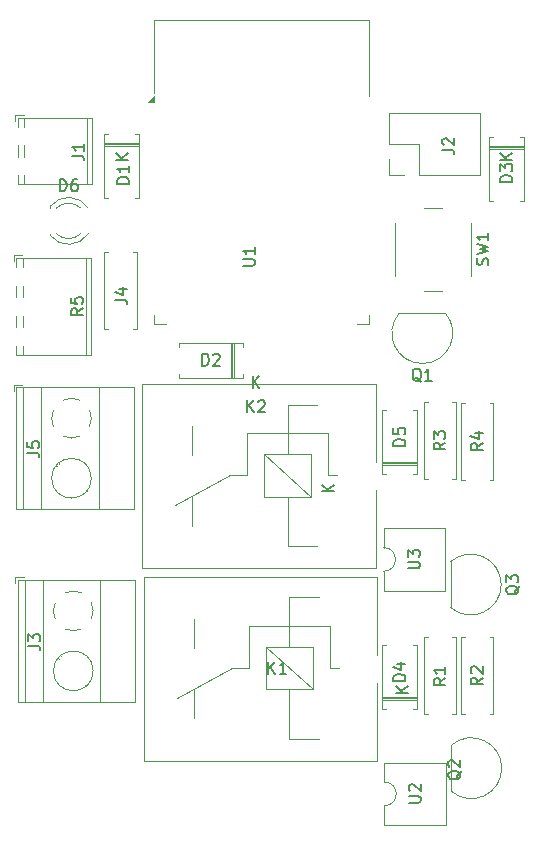
<source format=gbr>
%TF.GenerationSoftware,KiCad,Pcbnew,8.0.7*%
%TF.CreationDate,2025-07-07T17:53:00+05:30*%
%TF.ProjectId,SRF_V1,5352465f-5631-42e6-9b69-6361645f7063,rev?*%
%TF.SameCoordinates,Original*%
%TF.FileFunction,Legend,Top*%
%TF.FilePolarity,Positive*%
%FSLAX46Y46*%
G04 Gerber Fmt 4.6, Leading zero omitted, Abs format (unit mm)*
G04 Created by KiCad (PCBNEW 8.0.7) date 2025-07-07 17:53:00*
%MOMM*%
%LPD*%
G01*
G04 APERTURE LIST*
%ADD10C,0.150000*%
%ADD11C,0.120000*%
G04 APERTURE END LIST*
D10*
X92754819Y-108911904D02*
X93564342Y-108911904D01*
X93564342Y-108911904D02*
X93659580Y-108864285D01*
X93659580Y-108864285D02*
X93707200Y-108816666D01*
X93707200Y-108816666D02*
X93754819Y-108721428D01*
X93754819Y-108721428D02*
X93754819Y-108530952D01*
X93754819Y-108530952D02*
X93707200Y-108435714D01*
X93707200Y-108435714D02*
X93659580Y-108388095D01*
X93659580Y-108388095D02*
X93564342Y-108340476D01*
X93564342Y-108340476D02*
X92754819Y-108340476D01*
X92754819Y-107959523D02*
X92754819Y-107340476D01*
X92754819Y-107340476D02*
X93135771Y-107673809D01*
X93135771Y-107673809D02*
X93135771Y-107530952D01*
X93135771Y-107530952D02*
X93183390Y-107435714D01*
X93183390Y-107435714D02*
X93231009Y-107388095D01*
X93231009Y-107388095D02*
X93326247Y-107340476D01*
X93326247Y-107340476D02*
X93564342Y-107340476D01*
X93564342Y-107340476D02*
X93659580Y-107388095D01*
X93659580Y-107388095D02*
X93707200Y-107435714D01*
X93707200Y-107435714D02*
X93754819Y-107530952D01*
X93754819Y-107530952D02*
X93754819Y-107816666D01*
X93754819Y-107816666D02*
X93707200Y-107911904D01*
X93707200Y-107911904D02*
X93659580Y-107959523D01*
X92804819Y-128761904D02*
X93614342Y-128761904D01*
X93614342Y-128761904D02*
X93709580Y-128714285D01*
X93709580Y-128714285D02*
X93757200Y-128666666D01*
X93757200Y-128666666D02*
X93804819Y-128571428D01*
X93804819Y-128571428D02*
X93804819Y-128380952D01*
X93804819Y-128380952D02*
X93757200Y-128285714D01*
X93757200Y-128285714D02*
X93709580Y-128238095D01*
X93709580Y-128238095D02*
X93614342Y-128190476D01*
X93614342Y-128190476D02*
X92804819Y-128190476D01*
X92900057Y-127761904D02*
X92852438Y-127714285D01*
X92852438Y-127714285D02*
X92804819Y-127619047D01*
X92804819Y-127619047D02*
X92804819Y-127380952D01*
X92804819Y-127380952D02*
X92852438Y-127285714D01*
X92852438Y-127285714D02*
X92900057Y-127238095D01*
X92900057Y-127238095D02*
X92995295Y-127190476D01*
X92995295Y-127190476D02*
X93090533Y-127190476D01*
X93090533Y-127190476D02*
X93233390Y-127238095D01*
X93233390Y-127238095D02*
X93804819Y-127809523D01*
X93804819Y-127809523D02*
X93804819Y-127190476D01*
X78754819Y-83311904D02*
X79564342Y-83311904D01*
X79564342Y-83311904D02*
X79659580Y-83264285D01*
X79659580Y-83264285D02*
X79707200Y-83216666D01*
X79707200Y-83216666D02*
X79754819Y-83121428D01*
X79754819Y-83121428D02*
X79754819Y-82930952D01*
X79754819Y-82930952D02*
X79707200Y-82835714D01*
X79707200Y-82835714D02*
X79659580Y-82788095D01*
X79659580Y-82788095D02*
X79564342Y-82740476D01*
X79564342Y-82740476D02*
X78754819Y-82740476D01*
X79754819Y-81740476D02*
X79754819Y-82311904D01*
X79754819Y-82026190D02*
X78754819Y-82026190D01*
X78754819Y-82026190D02*
X78897676Y-82121428D01*
X78897676Y-82121428D02*
X78992914Y-82216666D01*
X78992914Y-82216666D02*
X79040533Y-82311904D01*
X99507200Y-83233332D02*
X99554819Y-83090475D01*
X99554819Y-83090475D02*
X99554819Y-82852380D01*
X99554819Y-82852380D02*
X99507200Y-82757142D01*
X99507200Y-82757142D02*
X99459580Y-82709523D01*
X99459580Y-82709523D02*
X99364342Y-82661904D01*
X99364342Y-82661904D02*
X99269104Y-82661904D01*
X99269104Y-82661904D02*
X99173866Y-82709523D01*
X99173866Y-82709523D02*
X99126247Y-82757142D01*
X99126247Y-82757142D02*
X99078628Y-82852380D01*
X99078628Y-82852380D02*
X99031009Y-83042856D01*
X99031009Y-83042856D02*
X98983390Y-83138094D01*
X98983390Y-83138094D02*
X98935771Y-83185713D01*
X98935771Y-83185713D02*
X98840533Y-83233332D01*
X98840533Y-83233332D02*
X98745295Y-83233332D01*
X98745295Y-83233332D02*
X98650057Y-83185713D01*
X98650057Y-83185713D02*
X98602438Y-83138094D01*
X98602438Y-83138094D02*
X98554819Y-83042856D01*
X98554819Y-83042856D02*
X98554819Y-82804761D01*
X98554819Y-82804761D02*
X98602438Y-82661904D01*
X98554819Y-82328570D02*
X99554819Y-82090475D01*
X99554819Y-82090475D02*
X98840533Y-81899999D01*
X98840533Y-81899999D02*
X99554819Y-81709523D01*
X99554819Y-81709523D02*
X98554819Y-81471428D01*
X99554819Y-80566666D02*
X99554819Y-81138094D01*
X99554819Y-80852380D02*
X98554819Y-80852380D01*
X98554819Y-80852380D02*
X98697676Y-80947618D01*
X98697676Y-80947618D02*
X98792914Y-81042856D01*
X98792914Y-81042856D02*
X98840533Y-81138094D01*
X65204819Y-86916666D02*
X64728628Y-87249999D01*
X65204819Y-87488094D02*
X64204819Y-87488094D01*
X64204819Y-87488094D02*
X64204819Y-87107142D01*
X64204819Y-87107142D02*
X64252438Y-87011904D01*
X64252438Y-87011904D02*
X64300057Y-86964285D01*
X64300057Y-86964285D02*
X64395295Y-86916666D01*
X64395295Y-86916666D02*
X64538152Y-86916666D01*
X64538152Y-86916666D02*
X64633390Y-86964285D01*
X64633390Y-86964285D02*
X64681009Y-87011904D01*
X64681009Y-87011904D02*
X64728628Y-87107142D01*
X64728628Y-87107142D02*
X64728628Y-87488094D01*
X64204819Y-86011904D02*
X64204819Y-86488094D01*
X64204819Y-86488094D02*
X64681009Y-86535713D01*
X64681009Y-86535713D02*
X64633390Y-86488094D01*
X64633390Y-86488094D02*
X64585771Y-86392856D01*
X64585771Y-86392856D02*
X64585771Y-86154761D01*
X64585771Y-86154761D02*
X64633390Y-86059523D01*
X64633390Y-86059523D02*
X64681009Y-86011904D01*
X64681009Y-86011904D02*
X64776247Y-85964285D01*
X64776247Y-85964285D02*
X65014342Y-85964285D01*
X65014342Y-85964285D02*
X65109580Y-86011904D01*
X65109580Y-86011904D02*
X65157200Y-86059523D01*
X65157200Y-86059523D02*
X65204819Y-86154761D01*
X65204819Y-86154761D02*
X65204819Y-86392856D01*
X65204819Y-86392856D02*
X65157200Y-86488094D01*
X65157200Y-86488094D02*
X65109580Y-86535713D01*
X99054819Y-98316666D02*
X98578628Y-98649999D01*
X99054819Y-98888094D02*
X98054819Y-98888094D01*
X98054819Y-98888094D02*
X98054819Y-98507142D01*
X98054819Y-98507142D02*
X98102438Y-98411904D01*
X98102438Y-98411904D02*
X98150057Y-98364285D01*
X98150057Y-98364285D02*
X98245295Y-98316666D01*
X98245295Y-98316666D02*
X98388152Y-98316666D01*
X98388152Y-98316666D02*
X98483390Y-98364285D01*
X98483390Y-98364285D02*
X98531009Y-98411904D01*
X98531009Y-98411904D02*
X98578628Y-98507142D01*
X98578628Y-98507142D02*
X98578628Y-98888094D01*
X98388152Y-97459523D02*
X99054819Y-97459523D01*
X98007200Y-97697618D02*
X98721485Y-97935713D01*
X98721485Y-97935713D02*
X98721485Y-97316666D01*
X95904819Y-98266666D02*
X95428628Y-98599999D01*
X95904819Y-98838094D02*
X94904819Y-98838094D01*
X94904819Y-98838094D02*
X94904819Y-98457142D01*
X94904819Y-98457142D02*
X94952438Y-98361904D01*
X94952438Y-98361904D02*
X95000057Y-98314285D01*
X95000057Y-98314285D02*
X95095295Y-98266666D01*
X95095295Y-98266666D02*
X95238152Y-98266666D01*
X95238152Y-98266666D02*
X95333390Y-98314285D01*
X95333390Y-98314285D02*
X95381009Y-98361904D01*
X95381009Y-98361904D02*
X95428628Y-98457142D01*
X95428628Y-98457142D02*
X95428628Y-98838094D01*
X94904819Y-97933332D02*
X94904819Y-97314285D01*
X94904819Y-97314285D02*
X95285771Y-97647618D01*
X95285771Y-97647618D02*
X95285771Y-97504761D01*
X95285771Y-97504761D02*
X95333390Y-97409523D01*
X95333390Y-97409523D02*
X95381009Y-97361904D01*
X95381009Y-97361904D02*
X95476247Y-97314285D01*
X95476247Y-97314285D02*
X95714342Y-97314285D01*
X95714342Y-97314285D02*
X95809580Y-97361904D01*
X95809580Y-97361904D02*
X95857200Y-97409523D01*
X95857200Y-97409523D02*
X95904819Y-97504761D01*
X95904819Y-97504761D02*
X95904819Y-97790475D01*
X95904819Y-97790475D02*
X95857200Y-97885713D01*
X95857200Y-97885713D02*
X95809580Y-97933332D01*
X99054819Y-118166666D02*
X98578628Y-118499999D01*
X99054819Y-118738094D02*
X98054819Y-118738094D01*
X98054819Y-118738094D02*
X98054819Y-118357142D01*
X98054819Y-118357142D02*
X98102438Y-118261904D01*
X98102438Y-118261904D02*
X98150057Y-118214285D01*
X98150057Y-118214285D02*
X98245295Y-118166666D01*
X98245295Y-118166666D02*
X98388152Y-118166666D01*
X98388152Y-118166666D02*
X98483390Y-118214285D01*
X98483390Y-118214285D02*
X98531009Y-118261904D01*
X98531009Y-118261904D02*
X98578628Y-118357142D01*
X98578628Y-118357142D02*
X98578628Y-118738094D01*
X98150057Y-117785713D02*
X98102438Y-117738094D01*
X98102438Y-117738094D02*
X98054819Y-117642856D01*
X98054819Y-117642856D02*
X98054819Y-117404761D01*
X98054819Y-117404761D02*
X98102438Y-117309523D01*
X98102438Y-117309523D02*
X98150057Y-117261904D01*
X98150057Y-117261904D02*
X98245295Y-117214285D01*
X98245295Y-117214285D02*
X98340533Y-117214285D01*
X98340533Y-117214285D02*
X98483390Y-117261904D01*
X98483390Y-117261904D02*
X99054819Y-117833332D01*
X99054819Y-117833332D02*
X99054819Y-117214285D01*
X95904819Y-118216666D02*
X95428628Y-118549999D01*
X95904819Y-118788094D02*
X94904819Y-118788094D01*
X94904819Y-118788094D02*
X94904819Y-118407142D01*
X94904819Y-118407142D02*
X94952438Y-118311904D01*
X94952438Y-118311904D02*
X95000057Y-118264285D01*
X95000057Y-118264285D02*
X95095295Y-118216666D01*
X95095295Y-118216666D02*
X95238152Y-118216666D01*
X95238152Y-118216666D02*
X95333390Y-118264285D01*
X95333390Y-118264285D02*
X95381009Y-118311904D01*
X95381009Y-118311904D02*
X95428628Y-118407142D01*
X95428628Y-118407142D02*
X95428628Y-118788094D01*
X95904819Y-117264285D02*
X95904819Y-117835713D01*
X95904819Y-117549999D02*
X94904819Y-117549999D01*
X94904819Y-117549999D02*
X95047676Y-117645237D01*
X95047676Y-117645237D02*
X95142914Y-117740475D01*
X95142914Y-117740475D02*
X95190533Y-117835713D01*
X102160057Y-110385238D02*
X102112438Y-110480476D01*
X102112438Y-110480476D02*
X102017200Y-110575714D01*
X102017200Y-110575714D02*
X101874342Y-110718571D01*
X101874342Y-110718571D02*
X101826723Y-110813809D01*
X101826723Y-110813809D02*
X101826723Y-110909047D01*
X102064819Y-110861428D02*
X102017200Y-110956666D01*
X102017200Y-110956666D02*
X101921961Y-111051904D01*
X101921961Y-111051904D02*
X101731485Y-111099523D01*
X101731485Y-111099523D02*
X101398152Y-111099523D01*
X101398152Y-111099523D02*
X101207676Y-111051904D01*
X101207676Y-111051904D02*
X101112438Y-110956666D01*
X101112438Y-110956666D02*
X101064819Y-110861428D01*
X101064819Y-110861428D02*
X101064819Y-110670952D01*
X101064819Y-110670952D02*
X101112438Y-110575714D01*
X101112438Y-110575714D02*
X101207676Y-110480476D01*
X101207676Y-110480476D02*
X101398152Y-110432857D01*
X101398152Y-110432857D02*
X101731485Y-110432857D01*
X101731485Y-110432857D02*
X101921961Y-110480476D01*
X101921961Y-110480476D02*
X102017200Y-110575714D01*
X102017200Y-110575714D02*
X102064819Y-110670952D01*
X102064819Y-110670952D02*
X102064819Y-110861428D01*
X101064819Y-110099523D02*
X101064819Y-109480476D01*
X101064819Y-109480476D02*
X101445771Y-109813809D01*
X101445771Y-109813809D02*
X101445771Y-109670952D01*
X101445771Y-109670952D02*
X101493390Y-109575714D01*
X101493390Y-109575714D02*
X101541009Y-109528095D01*
X101541009Y-109528095D02*
X101636247Y-109480476D01*
X101636247Y-109480476D02*
X101874342Y-109480476D01*
X101874342Y-109480476D02*
X101969580Y-109528095D01*
X101969580Y-109528095D02*
X102017200Y-109575714D01*
X102017200Y-109575714D02*
X102064819Y-109670952D01*
X102064819Y-109670952D02*
X102064819Y-109956666D01*
X102064819Y-109956666D02*
X102017200Y-110051904D01*
X102017200Y-110051904D02*
X101969580Y-110099523D01*
X97250057Y-126045238D02*
X97202438Y-126140476D01*
X97202438Y-126140476D02*
X97107200Y-126235714D01*
X97107200Y-126235714D02*
X96964342Y-126378571D01*
X96964342Y-126378571D02*
X96916723Y-126473809D01*
X96916723Y-126473809D02*
X96916723Y-126569047D01*
X97154819Y-126521428D02*
X97107200Y-126616666D01*
X97107200Y-126616666D02*
X97011961Y-126711904D01*
X97011961Y-126711904D02*
X96821485Y-126759523D01*
X96821485Y-126759523D02*
X96488152Y-126759523D01*
X96488152Y-126759523D02*
X96297676Y-126711904D01*
X96297676Y-126711904D02*
X96202438Y-126616666D01*
X96202438Y-126616666D02*
X96154819Y-126521428D01*
X96154819Y-126521428D02*
X96154819Y-126330952D01*
X96154819Y-126330952D02*
X96202438Y-126235714D01*
X96202438Y-126235714D02*
X96297676Y-126140476D01*
X96297676Y-126140476D02*
X96488152Y-126092857D01*
X96488152Y-126092857D02*
X96821485Y-126092857D01*
X96821485Y-126092857D02*
X97011961Y-126140476D01*
X97011961Y-126140476D02*
X97107200Y-126235714D01*
X97107200Y-126235714D02*
X97154819Y-126330952D01*
X97154819Y-126330952D02*
X97154819Y-126521428D01*
X96250057Y-125711904D02*
X96202438Y-125664285D01*
X96202438Y-125664285D02*
X96154819Y-125569047D01*
X96154819Y-125569047D02*
X96154819Y-125330952D01*
X96154819Y-125330952D02*
X96202438Y-125235714D01*
X96202438Y-125235714D02*
X96250057Y-125188095D01*
X96250057Y-125188095D02*
X96345295Y-125140476D01*
X96345295Y-125140476D02*
X96440533Y-125140476D01*
X96440533Y-125140476D02*
X96583390Y-125188095D01*
X96583390Y-125188095D02*
X97154819Y-125759523D01*
X97154819Y-125759523D02*
X97154819Y-125140476D01*
X93854761Y-93110057D02*
X93759523Y-93062438D01*
X93759523Y-93062438D02*
X93664285Y-92967200D01*
X93664285Y-92967200D02*
X93521428Y-92824342D01*
X93521428Y-92824342D02*
X93426190Y-92776723D01*
X93426190Y-92776723D02*
X93330952Y-92776723D01*
X93378571Y-93014819D02*
X93283333Y-92967200D01*
X93283333Y-92967200D02*
X93188095Y-92871961D01*
X93188095Y-92871961D02*
X93140476Y-92681485D01*
X93140476Y-92681485D02*
X93140476Y-92348152D01*
X93140476Y-92348152D02*
X93188095Y-92157676D01*
X93188095Y-92157676D02*
X93283333Y-92062438D01*
X93283333Y-92062438D02*
X93378571Y-92014819D01*
X93378571Y-92014819D02*
X93569047Y-92014819D01*
X93569047Y-92014819D02*
X93664285Y-92062438D01*
X93664285Y-92062438D02*
X93759523Y-92157676D01*
X93759523Y-92157676D02*
X93807142Y-92348152D01*
X93807142Y-92348152D02*
X93807142Y-92681485D01*
X93807142Y-92681485D02*
X93759523Y-92871961D01*
X93759523Y-92871961D02*
X93664285Y-92967200D01*
X93664285Y-92967200D02*
X93569047Y-93014819D01*
X93569047Y-93014819D02*
X93378571Y-93014819D01*
X94759523Y-93014819D02*
X94188095Y-93014819D01*
X94473809Y-93014819D02*
X94473809Y-92014819D01*
X94473809Y-92014819D02*
X94378571Y-92157676D01*
X94378571Y-92157676D02*
X94283333Y-92252914D01*
X94283333Y-92252914D02*
X94188095Y-92300533D01*
X79111905Y-95704819D02*
X79111905Y-94704819D01*
X79683333Y-95704819D02*
X79254762Y-95133390D01*
X79683333Y-94704819D02*
X79111905Y-95276247D01*
X80064286Y-94800057D02*
X80111905Y-94752438D01*
X80111905Y-94752438D02*
X80207143Y-94704819D01*
X80207143Y-94704819D02*
X80445238Y-94704819D01*
X80445238Y-94704819D02*
X80540476Y-94752438D01*
X80540476Y-94752438D02*
X80588095Y-94800057D01*
X80588095Y-94800057D02*
X80635714Y-94895295D01*
X80635714Y-94895295D02*
X80635714Y-94990533D01*
X80635714Y-94990533D02*
X80588095Y-95133390D01*
X80588095Y-95133390D02*
X80016667Y-95704819D01*
X80016667Y-95704819D02*
X80635714Y-95704819D01*
X80911905Y-117854819D02*
X80911905Y-116854819D01*
X81483333Y-117854819D02*
X81054762Y-117283390D01*
X81483333Y-116854819D02*
X80911905Y-117426247D01*
X82435714Y-117854819D02*
X81864286Y-117854819D01*
X82150000Y-117854819D02*
X82150000Y-116854819D01*
X82150000Y-116854819D02*
X82054762Y-116997676D01*
X82054762Y-116997676D02*
X81959524Y-117092914D01*
X81959524Y-117092914D02*
X81864286Y-117140533D01*
X60504819Y-99133333D02*
X61219104Y-99133333D01*
X61219104Y-99133333D02*
X61361961Y-99180952D01*
X61361961Y-99180952D02*
X61457200Y-99276190D01*
X61457200Y-99276190D02*
X61504819Y-99419047D01*
X61504819Y-99419047D02*
X61504819Y-99514285D01*
X60504819Y-98180952D02*
X60504819Y-98657142D01*
X60504819Y-98657142D02*
X60981009Y-98704761D01*
X60981009Y-98704761D02*
X60933390Y-98657142D01*
X60933390Y-98657142D02*
X60885771Y-98561904D01*
X60885771Y-98561904D02*
X60885771Y-98323809D01*
X60885771Y-98323809D02*
X60933390Y-98228571D01*
X60933390Y-98228571D02*
X60981009Y-98180952D01*
X60981009Y-98180952D02*
X61076247Y-98133333D01*
X61076247Y-98133333D02*
X61314342Y-98133333D01*
X61314342Y-98133333D02*
X61409580Y-98180952D01*
X61409580Y-98180952D02*
X61457200Y-98228571D01*
X61457200Y-98228571D02*
X61504819Y-98323809D01*
X61504819Y-98323809D02*
X61504819Y-98561904D01*
X61504819Y-98561904D02*
X61457200Y-98657142D01*
X61457200Y-98657142D02*
X61409580Y-98704761D01*
X67954819Y-86183333D02*
X68669104Y-86183333D01*
X68669104Y-86183333D02*
X68811961Y-86230952D01*
X68811961Y-86230952D02*
X68907200Y-86326190D01*
X68907200Y-86326190D02*
X68954819Y-86469047D01*
X68954819Y-86469047D02*
X68954819Y-86564285D01*
X68288152Y-85278571D02*
X68954819Y-85278571D01*
X67907200Y-85516666D02*
X68621485Y-85754761D01*
X68621485Y-85754761D02*
X68621485Y-85135714D01*
X60604819Y-115483333D02*
X61319104Y-115483333D01*
X61319104Y-115483333D02*
X61461961Y-115530952D01*
X61461961Y-115530952D02*
X61557200Y-115626190D01*
X61557200Y-115626190D02*
X61604819Y-115769047D01*
X61604819Y-115769047D02*
X61604819Y-115864285D01*
X60604819Y-115102380D02*
X60604819Y-114483333D01*
X60604819Y-114483333D02*
X60985771Y-114816666D01*
X60985771Y-114816666D02*
X60985771Y-114673809D01*
X60985771Y-114673809D02*
X61033390Y-114578571D01*
X61033390Y-114578571D02*
X61081009Y-114530952D01*
X61081009Y-114530952D02*
X61176247Y-114483333D01*
X61176247Y-114483333D02*
X61414342Y-114483333D01*
X61414342Y-114483333D02*
X61509580Y-114530952D01*
X61509580Y-114530952D02*
X61557200Y-114578571D01*
X61557200Y-114578571D02*
X61604819Y-114673809D01*
X61604819Y-114673809D02*
X61604819Y-114959523D01*
X61604819Y-114959523D02*
X61557200Y-115054761D01*
X61557200Y-115054761D02*
X61509580Y-115102380D01*
X95654819Y-73483333D02*
X96369104Y-73483333D01*
X96369104Y-73483333D02*
X96511961Y-73530952D01*
X96511961Y-73530952D02*
X96607200Y-73626190D01*
X96607200Y-73626190D02*
X96654819Y-73769047D01*
X96654819Y-73769047D02*
X96654819Y-73864285D01*
X95750057Y-73054761D02*
X95702438Y-73007142D01*
X95702438Y-73007142D02*
X95654819Y-72911904D01*
X95654819Y-72911904D02*
X95654819Y-72673809D01*
X95654819Y-72673809D02*
X95702438Y-72578571D01*
X95702438Y-72578571D02*
X95750057Y-72530952D01*
X95750057Y-72530952D02*
X95845295Y-72483333D01*
X95845295Y-72483333D02*
X95940533Y-72483333D01*
X95940533Y-72483333D02*
X96083390Y-72530952D01*
X96083390Y-72530952D02*
X96654819Y-73102380D01*
X96654819Y-73102380D02*
X96654819Y-72483333D01*
X64304819Y-73983333D02*
X65019104Y-73983333D01*
X65019104Y-73983333D02*
X65161961Y-74030952D01*
X65161961Y-74030952D02*
X65257200Y-74126190D01*
X65257200Y-74126190D02*
X65304819Y-74269047D01*
X65304819Y-74269047D02*
X65304819Y-74364285D01*
X65304819Y-72983333D02*
X65304819Y-73554761D01*
X65304819Y-73269047D02*
X64304819Y-73269047D01*
X64304819Y-73269047D02*
X64447676Y-73364285D01*
X64447676Y-73364285D02*
X64542914Y-73459523D01*
X64542914Y-73459523D02*
X64590533Y-73554761D01*
X63261905Y-76994819D02*
X63261905Y-75994819D01*
X63261905Y-75994819D02*
X63500000Y-75994819D01*
X63500000Y-75994819D02*
X63642857Y-76042438D01*
X63642857Y-76042438D02*
X63738095Y-76137676D01*
X63738095Y-76137676D02*
X63785714Y-76232914D01*
X63785714Y-76232914D02*
X63833333Y-76423390D01*
X63833333Y-76423390D02*
X63833333Y-76566247D01*
X63833333Y-76566247D02*
X63785714Y-76756723D01*
X63785714Y-76756723D02*
X63738095Y-76851961D01*
X63738095Y-76851961D02*
X63642857Y-76947200D01*
X63642857Y-76947200D02*
X63500000Y-76994819D01*
X63500000Y-76994819D02*
X63261905Y-76994819D01*
X64690476Y-75994819D02*
X64500000Y-75994819D01*
X64500000Y-75994819D02*
X64404762Y-76042438D01*
X64404762Y-76042438D02*
X64357143Y-76090057D01*
X64357143Y-76090057D02*
X64261905Y-76232914D01*
X64261905Y-76232914D02*
X64214286Y-76423390D01*
X64214286Y-76423390D02*
X64214286Y-76804342D01*
X64214286Y-76804342D02*
X64261905Y-76899580D01*
X64261905Y-76899580D02*
X64309524Y-76947200D01*
X64309524Y-76947200D02*
X64404762Y-76994819D01*
X64404762Y-76994819D02*
X64595238Y-76994819D01*
X64595238Y-76994819D02*
X64690476Y-76947200D01*
X64690476Y-76947200D02*
X64738095Y-76899580D01*
X64738095Y-76899580D02*
X64785714Y-76804342D01*
X64785714Y-76804342D02*
X64785714Y-76566247D01*
X64785714Y-76566247D02*
X64738095Y-76471009D01*
X64738095Y-76471009D02*
X64690476Y-76423390D01*
X64690476Y-76423390D02*
X64595238Y-76375771D01*
X64595238Y-76375771D02*
X64404762Y-76375771D01*
X64404762Y-76375771D02*
X64309524Y-76423390D01*
X64309524Y-76423390D02*
X64261905Y-76471009D01*
X64261905Y-76471009D02*
X64214286Y-76566247D01*
X92504819Y-98538094D02*
X91504819Y-98538094D01*
X91504819Y-98538094D02*
X91504819Y-98299999D01*
X91504819Y-98299999D02*
X91552438Y-98157142D01*
X91552438Y-98157142D02*
X91647676Y-98061904D01*
X91647676Y-98061904D02*
X91742914Y-98014285D01*
X91742914Y-98014285D02*
X91933390Y-97966666D01*
X91933390Y-97966666D02*
X92076247Y-97966666D01*
X92076247Y-97966666D02*
X92266723Y-98014285D01*
X92266723Y-98014285D02*
X92361961Y-98061904D01*
X92361961Y-98061904D02*
X92457200Y-98157142D01*
X92457200Y-98157142D02*
X92504819Y-98299999D01*
X92504819Y-98299999D02*
X92504819Y-98538094D01*
X91504819Y-97061904D02*
X91504819Y-97538094D01*
X91504819Y-97538094D02*
X91981009Y-97585713D01*
X91981009Y-97585713D02*
X91933390Y-97538094D01*
X91933390Y-97538094D02*
X91885771Y-97442856D01*
X91885771Y-97442856D02*
X91885771Y-97204761D01*
X91885771Y-97204761D02*
X91933390Y-97109523D01*
X91933390Y-97109523D02*
X91981009Y-97061904D01*
X91981009Y-97061904D02*
X92076247Y-97014285D01*
X92076247Y-97014285D02*
X92314342Y-97014285D01*
X92314342Y-97014285D02*
X92409580Y-97061904D01*
X92409580Y-97061904D02*
X92457200Y-97109523D01*
X92457200Y-97109523D02*
X92504819Y-97204761D01*
X92504819Y-97204761D02*
X92504819Y-97442856D01*
X92504819Y-97442856D02*
X92457200Y-97538094D01*
X92457200Y-97538094D02*
X92409580Y-97585713D01*
X86454819Y-102411904D02*
X85454819Y-102411904D01*
X86454819Y-101840476D02*
X85883390Y-102269047D01*
X85454819Y-101840476D02*
X86026247Y-102411904D01*
X92504819Y-118438094D02*
X91504819Y-118438094D01*
X91504819Y-118438094D02*
X91504819Y-118199999D01*
X91504819Y-118199999D02*
X91552438Y-118057142D01*
X91552438Y-118057142D02*
X91647676Y-117961904D01*
X91647676Y-117961904D02*
X91742914Y-117914285D01*
X91742914Y-117914285D02*
X91933390Y-117866666D01*
X91933390Y-117866666D02*
X92076247Y-117866666D01*
X92076247Y-117866666D02*
X92266723Y-117914285D01*
X92266723Y-117914285D02*
X92361961Y-117961904D01*
X92361961Y-117961904D02*
X92457200Y-118057142D01*
X92457200Y-118057142D02*
X92504819Y-118199999D01*
X92504819Y-118199999D02*
X92504819Y-118438094D01*
X91838152Y-117009523D02*
X92504819Y-117009523D01*
X91457200Y-117247618D02*
X92171485Y-117485713D01*
X92171485Y-117485713D02*
X92171485Y-116866666D01*
X92704819Y-119461904D02*
X91704819Y-119461904D01*
X92704819Y-118890476D02*
X92133390Y-119319047D01*
X91704819Y-118890476D02*
X92276247Y-119461904D01*
X101554819Y-76188094D02*
X100554819Y-76188094D01*
X100554819Y-76188094D02*
X100554819Y-75949999D01*
X100554819Y-75949999D02*
X100602438Y-75807142D01*
X100602438Y-75807142D02*
X100697676Y-75711904D01*
X100697676Y-75711904D02*
X100792914Y-75664285D01*
X100792914Y-75664285D02*
X100983390Y-75616666D01*
X100983390Y-75616666D02*
X101126247Y-75616666D01*
X101126247Y-75616666D02*
X101316723Y-75664285D01*
X101316723Y-75664285D02*
X101411961Y-75711904D01*
X101411961Y-75711904D02*
X101507200Y-75807142D01*
X101507200Y-75807142D02*
X101554819Y-75949999D01*
X101554819Y-75949999D02*
X101554819Y-76188094D01*
X100554819Y-75283332D02*
X100554819Y-74664285D01*
X100554819Y-74664285D02*
X100935771Y-74997618D01*
X100935771Y-74997618D02*
X100935771Y-74854761D01*
X100935771Y-74854761D02*
X100983390Y-74759523D01*
X100983390Y-74759523D02*
X101031009Y-74711904D01*
X101031009Y-74711904D02*
X101126247Y-74664285D01*
X101126247Y-74664285D02*
X101364342Y-74664285D01*
X101364342Y-74664285D02*
X101459580Y-74711904D01*
X101459580Y-74711904D02*
X101507200Y-74759523D01*
X101507200Y-74759523D02*
X101554819Y-74854761D01*
X101554819Y-74854761D02*
X101554819Y-75140475D01*
X101554819Y-75140475D02*
X101507200Y-75235713D01*
X101507200Y-75235713D02*
X101459580Y-75283332D01*
X101554819Y-74311904D02*
X100554819Y-74311904D01*
X101554819Y-73740476D02*
X100983390Y-74169047D01*
X100554819Y-73740476D02*
X101126247Y-74311904D01*
X75301905Y-91754819D02*
X75301905Y-90754819D01*
X75301905Y-90754819D02*
X75540000Y-90754819D01*
X75540000Y-90754819D02*
X75682857Y-90802438D01*
X75682857Y-90802438D02*
X75778095Y-90897676D01*
X75778095Y-90897676D02*
X75825714Y-90992914D01*
X75825714Y-90992914D02*
X75873333Y-91183390D01*
X75873333Y-91183390D02*
X75873333Y-91326247D01*
X75873333Y-91326247D02*
X75825714Y-91516723D01*
X75825714Y-91516723D02*
X75778095Y-91611961D01*
X75778095Y-91611961D02*
X75682857Y-91707200D01*
X75682857Y-91707200D02*
X75540000Y-91754819D01*
X75540000Y-91754819D02*
X75301905Y-91754819D01*
X76254286Y-90850057D02*
X76301905Y-90802438D01*
X76301905Y-90802438D02*
X76397143Y-90754819D01*
X76397143Y-90754819D02*
X76635238Y-90754819D01*
X76635238Y-90754819D02*
X76730476Y-90802438D01*
X76730476Y-90802438D02*
X76778095Y-90850057D01*
X76778095Y-90850057D02*
X76825714Y-90945295D01*
X76825714Y-90945295D02*
X76825714Y-91040533D01*
X76825714Y-91040533D02*
X76778095Y-91183390D01*
X76778095Y-91183390D02*
X76206667Y-91754819D01*
X76206667Y-91754819D02*
X76825714Y-91754819D01*
X79588095Y-93654819D02*
X79588095Y-92654819D01*
X80159523Y-93654819D02*
X79730952Y-93083390D01*
X80159523Y-92654819D02*
X79588095Y-93226247D01*
X69104819Y-76338094D02*
X68104819Y-76338094D01*
X68104819Y-76338094D02*
X68104819Y-76099999D01*
X68104819Y-76099999D02*
X68152438Y-75957142D01*
X68152438Y-75957142D02*
X68247676Y-75861904D01*
X68247676Y-75861904D02*
X68342914Y-75814285D01*
X68342914Y-75814285D02*
X68533390Y-75766666D01*
X68533390Y-75766666D02*
X68676247Y-75766666D01*
X68676247Y-75766666D02*
X68866723Y-75814285D01*
X68866723Y-75814285D02*
X68961961Y-75861904D01*
X68961961Y-75861904D02*
X69057200Y-75957142D01*
X69057200Y-75957142D02*
X69104819Y-76099999D01*
X69104819Y-76099999D02*
X69104819Y-76338094D01*
X69104819Y-74814285D02*
X69104819Y-75385713D01*
X69104819Y-75099999D02*
X68104819Y-75099999D01*
X68104819Y-75099999D02*
X68247676Y-75195237D01*
X68247676Y-75195237D02*
X68342914Y-75290475D01*
X68342914Y-75290475D02*
X68390533Y-75385713D01*
X69004819Y-74361904D02*
X68004819Y-74361904D01*
X69004819Y-73790476D02*
X68433390Y-74219047D01*
X68004819Y-73790476D02*
X68576247Y-74361904D01*
D11*
%TO.C,U3*%
X90680000Y-107160000D02*
G75*
G02*
X90680000Y-109160000I0J-1000000D01*
G01*
X95880000Y-105510000D02*
X90680000Y-105510000D01*
X90680000Y-105510000D02*
X90680000Y-107160000D01*
X90680000Y-109160000D02*
X90680000Y-110810000D01*
X95880000Y-110810000D02*
X95880000Y-105510000D01*
X90680000Y-110810000D02*
X95880000Y-110810000D01*
%TO.C,U2*%
X90745000Y-130660000D02*
X95945000Y-130660000D01*
X95945000Y-130660000D02*
X95945000Y-125360000D01*
X90745000Y-129010000D02*
X90745000Y-130660000D01*
X90745000Y-125360000D02*
X90745000Y-127010000D01*
X95945000Y-125360000D02*
X90745000Y-125360000D01*
X90745000Y-127010000D02*
G75*
G02*
X90745000Y-129010000I0J-1000000D01*
G01*
%TO.C,U1*%
X71220000Y-62530000D02*
X71220000Y-68690000D01*
X71220000Y-62530000D02*
X89460000Y-62530000D01*
X71220000Y-87490000D02*
X71220000Y-88270000D01*
X71220000Y-88270000D02*
X72220000Y-88270000D01*
X89460000Y-62530000D02*
X89460000Y-68945000D01*
X89460000Y-87490000D02*
X89460000Y-88270000D01*
X89460000Y-88270000D02*
X88460000Y-88270000D01*
X71215000Y-69415000D02*
X70715000Y-69415000D01*
X71215000Y-68915000D01*
X71215000Y-69415000D01*
G36*
X71215000Y-69415000D02*
G01*
X70715000Y-69415000D01*
X71215000Y-68915000D01*
X71215000Y-69415000D01*
G37*
%TO.C,SW1*%
X94100000Y-85400000D02*
X95600000Y-85400000D01*
X98100000Y-84150000D02*
X98100000Y-79650000D01*
X91600000Y-79650000D02*
X91600000Y-84150000D01*
X95600000Y-78400000D02*
X94100000Y-78400000D01*
%TO.C,R5*%
X69770000Y-82120000D02*
X69440000Y-82120000D01*
X67030000Y-82120000D02*
X67360000Y-82120000D01*
X69770000Y-88660000D02*
X69770000Y-82120000D01*
X69440000Y-88660000D02*
X69770000Y-88660000D01*
X67360000Y-88660000D02*
X67030000Y-88660000D01*
X67030000Y-88660000D02*
X67030000Y-82120000D01*
%TO.C,R4*%
X97230000Y-101420000D02*
X97560000Y-101420000D01*
X99970000Y-101420000D02*
X99640000Y-101420000D01*
X97230000Y-94880000D02*
X97230000Y-101420000D01*
X97560000Y-94880000D02*
X97230000Y-94880000D01*
X99640000Y-94880000D02*
X99970000Y-94880000D01*
X99970000Y-94880000D02*
X99970000Y-101420000D01*
%TO.C,R3*%
X94080000Y-101370000D02*
X94080000Y-94830000D01*
X94410000Y-101370000D02*
X94080000Y-101370000D01*
X96490000Y-101370000D02*
X96820000Y-101370000D01*
X96820000Y-101370000D02*
X96820000Y-94830000D01*
X94080000Y-94830000D02*
X94410000Y-94830000D01*
X96820000Y-94830000D02*
X96490000Y-94830000D01*
%TO.C,R2*%
X97230000Y-121290000D02*
X97230000Y-114750000D01*
X97560000Y-121290000D02*
X97230000Y-121290000D01*
X99640000Y-121290000D02*
X99970000Y-121290000D01*
X99970000Y-121290000D02*
X99970000Y-114750000D01*
X97230000Y-114750000D02*
X97560000Y-114750000D01*
X99970000Y-114750000D02*
X99640000Y-114750000D01*
%TO.C,R1*%
X94080000Y-121280000D02*
X94080000Y-114740000D01*
X94410000Y-121280000D02*
X94080000Y-121280000D01*
X96490000Y-121280000D02*
X96820000Y-121280000D01*
X96820000Y-121280000D02*
X96820000Y-114740000D01*
X94080000Y-114740000D02*
X94410000Y-114740000D01*
X96820000Y-114740000D02*
X96490000Y-114740000D01*
%TO.C,Q3*%
X96350000Y-108350000D02*
X96350000Y-112200000D01*
X96350000Y-108350000D02*
G75*
G02*
X96359878Y-112238611I1700000J-1940000D01*
G01*
%TO.C,Q2*%
X96400000Y-123900000D02*
X96400000Y-127750000D01*
X96400000Y-123900000D02*
G75*
G02*
X96409878Y-127788611I1700000J-1940000D01*
G01*
%TO.C,Q1*%
X95890000Y-87300000D02*
G75*
G02*
X92001389Y-87309878I-1940000J-1700000D01*
G01*
X95890000Y-87300000D02*
X92040000Y-87300000D01*
%TO.C,K2*%
X90000000Y-108900000D02*
X90000000Y-102300000D01*
X90000000Y-108900000D02*
X70200000Y-108900000D01*
X90000000Y-99900000D02*
X90000000Y-93300000D01*
X85950000Y-101050000D02*
X86750000Y-101050000D01*
X85950000Y-101050000D02*
X85950000Y-97450000D01*
X85050000Y-95050000D02*
X82550000Y-95050000D01*
X84550000Y-102850000D02*
X80550000Y-102850000D01*
X84550000Y-99250000D02*
X84550000Y-102850000D01*
X82550000Y-107050000D02*
X85050000Y-107050000D01*
X82550000Y-107050000D02*
X82550000Y-102850000D01*
X82550000Y-99250000D02*
X82550000Y-95050000D01*
X80550000Y-102850000D02*
X80550000Y-99250000D01*
X80550000Y-99250000D02*
X84550000Y-102850000D01*
X80550000Y-99250000D02*
X84550000Y-99250000D01*
X79150000Y-101050000D02*
X79150000Y-97450000D01*
X79150000Y-101050000D02*
X77650000Y-101050000D01*
X79150000Y-97450000D02*
X85950000Y-97450000D01*
X77650000Y-101050000D02*
X73050000Y-103550000D01*
X74450000Y-105300000D02*
X74450000Y-102800000D01*
X74450000Y-96900000D02*
X74450000Y-99350000D01*
X70200000Y-108900000D02*
X70200000Y-93300000D01*
X70200000Y-93300000D02*
X90000000Y-93300000D01*
%TO.C,K1*%
X70350000Y-109620000D02*
X90150000Y-109620000D01*
X70350000Y-125220000D02*
X70350000Y-109620000D01*
X74600000Y-113220000D02*
X74600000Y-115670000D01*
X74600000Y-121620000D02*
X74600000Y-119120000D01*
X77800000Y-117370000D02*
X73200000Y-119870000D01*
X79300000Y-113770000D02*
X86100000Y-113770000D01*
X79300000Y-117370000D02*
X77800000Y-117370000D01*
X79300000Y-117370000D02*
X79300000Y-113770000D01*
X80700000Y-115570000D02*
X84700000Y-115570000D01*
X80700000Y-115570000D02*
X84700000Y-119170000D01*
X80700000Y-119170000D02*
X80700000Y-115570000D01*
X82700000Y-115570000D02*
X82700000Y-111370000D01*
X82700000Y-123370000D02*
X82700000Y-119170000D01*
X82700000Y-123370000D02*
X85200000Y-123370000D01*
X84700000Y-115570000D02*
X84700000Y-119170000D01*
X84700000Y-119170000D02*
X80700000Y-119170000D01*
X85200000Y-111370000D02*
X82700000Y-111370000D01*
X86100000Y-117370000D02*
X86100000Y-113770000D01*
X86100000Y-117370000D02*
X86900000Y-117370000D01*
X90150000Y-116220000D02*
X90150000Y-109620000D01*
X90150000Y-125220000D02*
X70350000Y-125220000D01*
X90150000Y-125220000D02*
X90150000Y-118620000D01*
%TO.C,J5*%
X60085000Y-93365000D02*
X59345000Y-93365000D01*
X59345000Y-93365000D02*
X59345000Y-93865000D01*
X69506000Y-93605000D02*
X59585000Y-93605000D01*
X69506000Y-93605000D02*
X69506000Y-103885000D01*
X66546000Y-93605000D02*
X66546000Y-103885000D01*
X61645000Y-93605000D02*
X61645000Y-103885000D01*
X60145000Y-93605000D02*
X60145000Y-103885000D01*
X59585000Y-93605000D02*
X59585000Y-103885000D01*
X63222000Y-100058000D02*
X63176000Y-100011000D01*
X63006000Y-100251000D02*
X62971000Y-100216000D01*
X65520000Y-102355000D02*
X65484000Y-102320000D01*
X65314000Y-102560000D02*
X65268000Y-102513000D01*
X69506000Y-103885000D02*
X59585000Y-103885000D01*
X63561958Y-94669573D02*
G75*
G02*
X64929000Y-94670000I683041J-1535420D01*
G01*
X65780427Y-95521958D02*
G75*
G02*
X65780000Y-96889000I-1535420J-683041D01*
G01*
X62564747Y-96233805D02*
G75*
G02*
X62710000Y-95521000I1680254J28806D01*
G01*
X62710244Y-96888318D02*
G75*
G02*
X62565000Y-96205000I1534756J683318D01*
G01*
X64928042Y-97740427D02*
G75*
G02*
X63561000Y-97740000I-683042J1535427D01*
G01*
X65925000Y-101285000D02*
G75*
G02*
X62565000Y-101285000I-1680000J0D01*
G01*
X62565000Y-101285000D02*
G75*
G02*
X65925000Y-101285000I1680000J0D01*
G01*
%TO.C,J4*%
X65900000Y-90860000D02*
X59580000Y-90860000D01*
X59580000Y-90090000D02*
X59580000Y-90860000D01*
X60140000Y-90090000D02*
X60140000Y-90860000D01*
X59580000Y-87550000D02*
X59580000Y-88510000D01*
X60140000Y-87550000D02*
X60140000Y-88510000D01*
X59580000Y-85010000D02*
X59580000Y-85970000D01*
X60140000Y-85010000D02*
X60140000Y-85970000D01*
X59580000Y-82660000D02*
X59580000Y-83430000D01*
X60140000Y-82660000D02*
X60140000Y-83430000D01*
X65440000Y-82660000D02*
X65440000Y-90860000D01*
X65900000Y-82660000D02*
X65900000Y-90860000D01*
X65900000Y-82660000D02*
X59580000Y-82660000D01*
X59340000Y-82420000D02*
X59340000Y-82920000D01*
X60080000Y-82420000D02*
X59340000Y-82420000D01*
%TO.C,J3*%
X60240000Y-109680000D02*
X59500000Y-109680000D01*
X59500000Y-109680000D02*
X59500000Y-110180000D01*
X69661000Y-109920000D02*
X59740000Y-109920000D01*
X69661000Y-109920000D02*
X69661000Y-120200000D01*
X66701000Y-109920000D02*
X66701000Y-120200000D01*
X61800000Y-109920000D02*
X61800000Y-120200000D01*
X60300000Y-109920000D02*
X60300000Y-120200000D01*
X59740000Y-109920000D02*
X59740000Y-120200000D01*
X63377000Y-116373000D02*
X63331000Y-116326000D01*
X63161000Y-116566000D02*
X63126000Y-116531000D01*
X65675000Y-118670000D02*
X65639000Y-118635000D01*
X65469000Y-118875000D02*
X65423000Y-118828000D01*
X69661000Y-120200000D02*
X59740000Y-120200000D01*
X63716958Y-110984573D02*
G75*
G02*
X65084000Y-110985000I683041J-1535420D01*
G01*
X65935427Y-111836958D02*
G75*
G02*
X65935000Y-113204000I-1535420J-683041D01*
G01*
X62719747Y-112548805D02*
G75*
G02*
X62865000Y-111836000I1680254J28806D01*
G01*
X62865244Y-113203318D02*
G75*
G02*
X62720000Y-112520000I1534756J683318D01*
G01*
X65083042Y-114055427D02*
G75*
G02*
X63716000Y-114055000I-683042J1535427D01*
G01*
X66080000Y-117600000D02*
G75*
G02*
X62720000Y-117600000I-1680000J0D01*
G01*
X62720000Y-117600000D02*
G75*
G02*
X66080000Y-117600000I1680000J0D01*
G01*
%TO.C,J2*%
X91090000Y-70380000D02*
X98830000Y-70380000D01*
X93690000Y-72980000D02*
X91090000Y-72980000D01*
X91090000Y-72980000D02*
X91090000Y-70380000D01*
X98830000Y-75580000D02*
X98830000Y-70380000D01*
X93690000Y-75580000D02*
X93690000Y-72980000D01*
X93690000Y-75580000D02*
X98830000Y-75580000D01*
X92420000Y-75580000D02*
X91090000Y-75580000D01*
X91090000Y-75580000D02*
X91090000Y-74250000D01*
%TO.C,J1*%
X66010000Y-76410000D02*
X59690000Y-76410000D01*
X59690000Y-75640000D02*
X59690000Y-76410000D01*
X60250000Y-75640000D02*
X60250000Y-76410000D01*
X59690000Y-73100000D02*
X59690000Y-74060000D01*
X60250000Y-73100000D02*
X60250000Y-74060000D01*
X59690000Y-70750000D02*
X59690000Y-71520000D01*
X60250000Y-70750000D02*
X60250000Y-71520000D01*
X65550000Y-70750000D02*
X65550000Y-76410000D01*
X66010000Y-70750000D02*
X66010000Y-76410000D01*
X66010000Y-70750000D02*
X59690000Y-70750000D01*
X59450000Y-70510000D02*
X59450000Y-71010000D01*
X60190000Y-70510000D02*
X59450000Y-70510000D01*
%TO.C,D6*%
X65671397Y-80580061D02*
G75*
G02*
X62440000Y-80735516I-1671397J1080061D01*
G01*
X65040910Y-80580049D02*
G75*
G02*
X62959039Y-80580000I-1040910J1080049D01*
G01*
X62959039Y-78420000D02*
G75*
G02*
X65040910Y-78419951I1040961J-1080000D01*
G01*
X62440000Y-78264484D02*
G75*
G02*
X65671397Y-78419939I1560000J-1235516D01*
G01*
X62440000Y-80580000D02*
X62440000Y-80736000D01*
X62440000Y-78264000D02*
X62440000Y-78420000D01*
%TO.C,D5*%
X90580000Y-100920000D02*
X90580000Y-95480000D01*
X90910000Y-100920000D02*
X90580000Y-100920000D01*
X93190000Y-100920000D02*
X93520000Y-100920000D01*
X93520000Y-100920000D02*
X93520000Y-95480000D01*
X90580000Y-100140000D02*
X93520000Y-100140000D01*
X90580000Y-100020000D02*
X93520000Y-100020000D01*
X90580000Y-99900000D02*
X93520000Y-99900000D01*
X90580000Y-95480000D02*
X90910000Y-95480000D01*
X93520000Y-95480000D02*
X93190000Y-95480000D01*
%TO.C,D4*%
X90580000Y-120830000D02*
X90580000Y-115390000D01*
X90910000Y-120830000D02*
X90580000Y-120830000D01*
X93190000Y-120830000D02*
X93520000Y-120830000D01*
X93520000Y-120830000D02*
X93520000Y-115390000D01*
X90580000Y-120050000D02*
X93520000Y-120050000D01*
X90580000Y-119930000D02*
X93520000Y-119930000D01*
X90580000Y-119810000D02*
X93520000Y-119810000D01*
X90580000Y-115390000D02*
X90910000Y-115390000D01*
X93520000Y-115390000D02*
X93190000Y-115390000D01*
%TO.C,D3*%
X99630000Y-77820000D02*
X99960000Y-77820000D01*
X102570000Y-77820000D02*
X102240000Y-77820000D01*
X102570000Y-73400000D02*
X99630000Y-73400000D01*
X102570000Y-73280000D02*
X99630000Y-73280000D01*
X102570000Y-73160000D02*
X99630000Y-73160000D01*
X99630000Y-72380000D02*
X99630000Y-77820000D01*
X99960000Y-72380000D02*
X99630000Y-72380000D01*
X102240000Y-72380000D02*
X102570000Y-72380000D01*
X102570000Y-72380000D02*
X102570000Y-77820000D01*
%TO.C,D2*%
X73320000Y-89830000D02*
X73320000Y-90160000D01*
X73320000Y-92770000D02*
X73320000Y-92440000D01*
X77740000Y-92770000D02*
X77740000Y-89830000D01*
X77860000Y-92770000D02*
X77860000Y-89830000D01*
X77980000Y-92770000D02*
X77980000Y-89830000D01*
X78760000Y-89830000D02*
X73320000Y-89830000D01*
X78760000Y-90160000D02*
X78760000Y-89830000D01*
X78760000Y-92440000D02*
X78760000Y-92770000D01*
X78760000Y-92770000D02*
X73320000Y-92770000D01*
%TO.C,D1*%
X67030000Y-77570000D02*
X67360000Y-77570000D01*
X69970000Y-77570000D02*
X69640000Y-77570000D01*
X69970000Y-73150000D02*
X67030000Y-73150000D01*
X69970000Y-73030000D02*
X67030000Y-73030000D01*
X69970000Y-72910000D02*
X67030000Y-72910000D01*
X67030000Y-72130000D02*
X67030000Y-77570000D01*
X67360000Y-72130000D02*
X67030000Y-72130000D01*
X69640000Y-72130000D02*
X69970000Y-72130000D01*
X69970000Y-72130000D02*
X69970000Y-77570000D01*
%TD*%
M02*

</source>
